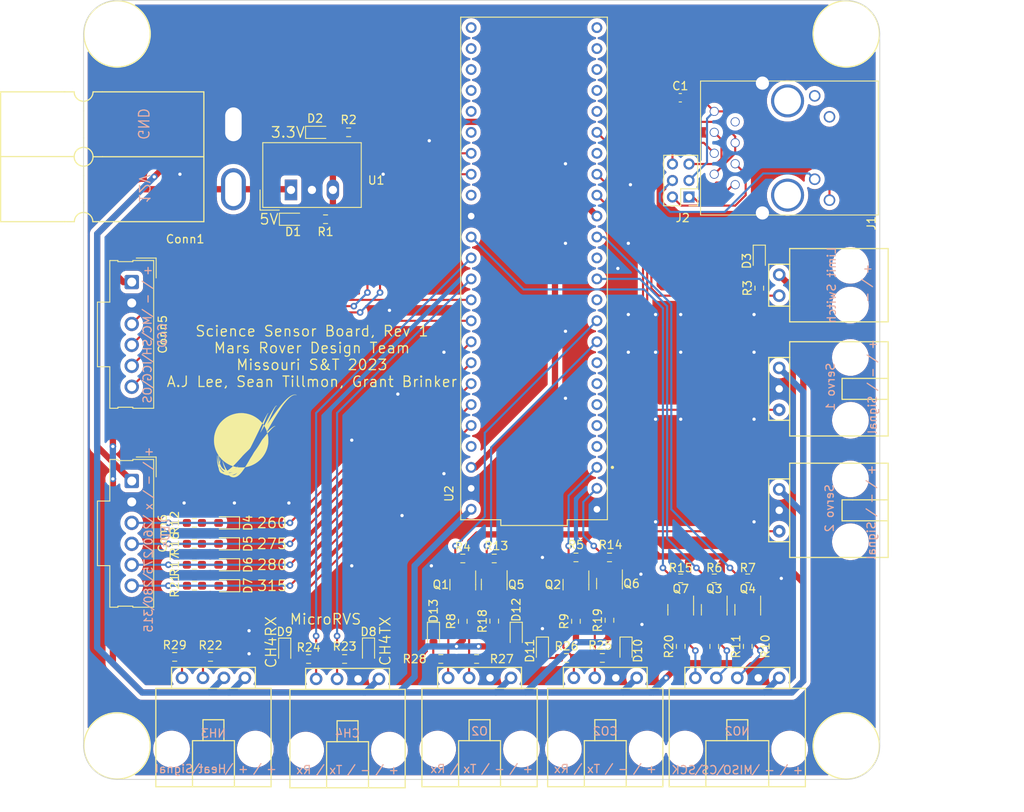
<source format=kicad_pcb>
(kicad_pcb (version 20211014) (generator pcbnew)
  (layers (0 "F.Cu" signal) (31 "B.Cu" signal) (34 "B.Paste" user) (35 "F.Paste" user) (36 "B.SilkS" user "B.Silkscreen") (37 "F.SilkS" user "F.Silkscreen") (38 "B.Mask" user) (39 "F.Mask" user) (44 "Edge.Cuts" user))
  (net 0 "")
  (net 1 "Net-(C1-Pad1)")
  (net 2 "Net-(C1-Pad2)")
  (net 3 "+12V")
  (net 4 "GND")
  (net 5 "+3V3")
  (net 6 "Micro_Servo2")
  (net 7 "CCD_MC")
  (net 8 "CCD_SH")
  (net 9 "CCD_ICG")
  (net 10 "Micro_LIM")
  (net 11 "LED_260")
  (net 12 "LED_275")
  (net 13 "LED_280")
  (net 14 "LED_315")
  (net 15 "CCD_OS")
  (net 16 "+5V")
  (net 17 "Micro_Servo1")
  (net 18 "Net-(Conn8-Pad3)")
  (net 19 "CO2_TX")
  (net 20 "CO2_RX")
  (net 21 "O2_TX")
  (net 22 "O2_RX")
  (net 23 "NO2_MISO")
  (net 24 "NO2_CS")
  (net 25 "NO2_SCK")
  (net 26 "CH4_TX")
  (net 27 "CH4_RX")
  (net 28 "Net-(D11-Pad2)")
  (net 29 "Net-(D12-Pad2)")
  (net 30 "NH3")
  (net 31 "Net-(D1-Pad2)")
  (net 32 "Net-(D2-Pad2)")
  (net 33 "Net-(D3-Pad2)")
  (net 34 "Net-(D4-Pad2)")
  (net 35 "Net-(D5-Pad2)")
  (net 36 "Net-(D6-Pad2)")
  (net 37 "Net-(D7-Pad2)")
  (net 38 "Net-(D8-Pad2)")
  (net 39 "Net-(D9-Pad2)")
  (net 40 "Net-(D10-Pad2)")
  (net 41 "Net-(D13-Pad2)")
  (net 43 "Net-(J1-Pad10)")
  (net 46 "/Tx+")
  (net 47 "/Tx-")
  (net 49 "/Rx-")
  (net 50 "/Rx+")
  (net 54 "Teensy_O2_TX")
  (net 55 "Teensy_CO2_TX")
  (net 56 "Teensy_NO2_CS")
  (net 57 "Teensy_NO2_MISO")
  (net 58 "Teensy_O2_RX")
  (net 59 "Teensy_CO2_RX")
  (net 60 "Teensy_NO2_SCK")
  (footprint "MRDT_Silkscreens:0_MRDT_Logo_10mm" (layer "F.Cu") (at 117.348 99.568)
    (fp_text reference "G***" hide)
    (fp_text value "LOGO" hide)
  )
  (footprint "MRDT_Shields:Teensy_4_1_Bare" (layer "F.Cu") (at 151.13 79.248 90)
    (fp_text reference "U2")
    (fp_text value "Teensy4.1_DEV-16771")
  )
  (footprint "LED_SMD:LED_0603_1608Metric_Pad1.05x0.95mm_HandSolder" (layer "F.Cu") (at 138.938 123.825 -90)
    (fp_text reference "D13")
    (fp_text value "Blue")
  )
  (footprint "Resistor_SMD:R_0603_1608Metric_Pad0.98x0.95mm_HandSolder" (layer "F.Cu") (at 111.9105 126.365 180)
    (fp_text reference "R22")
    (fp_text value "93.1")
  )
  (footprint "MRDT_Connectors:MOLEX_SL_05_Horizontal" (layer "F.Cu") (at 180.848 128.905 180)
    (fp_text reference "Conn11" hide)
    (fp_text value "Molex_SL_05")
  )
  (footprint "MRDT_Connectors:MOLEX_SL_03_Horizontal" (layer "F.Cu") (at 180.848 91.313 -90)
    (fp_text reference "Conn4" hide)
    (fp_text value "Molex_SL_03")
  )
  (footprint "Resistor_SMD:R_0603_1608Metric_Pad0.98x0.95mm_HandSolder" (layer "F.Cu") (at 168.91 125.095 90)
    (fp_text reference "R20")
    (fp_text value "10K")
  )
  (footprint "Resistor_SMD:R_0603_1608Metric_Pad0.98x0.95mm_HandSolder" (layer "F.Cu") (at 172.974 116.84 180)
    (fp_text reference "R6")
    (fp_text value "10K")
  )
  (footprint "Package_TO_SOT_SMD:SOT-23" (layer "F.Cu") (at 146.304 117.5785 -90)
    (fp_text reference "Q5")
    (fp_text value "BSS138")
  )
  (footprint "Resistor_SMD:R_0603_1608Metric_Pad0.98x0.95mm_HandSolder" (layer "F.Cu") (at 146.304 122.0235 90)
    (fp_text reference "R18")
    (fp_text value "10K")
  )
  (footprint "Resistor_SMD:R_0603_1608Metric_Pad0.98x0.95mm_HandSolder" (layer "F.Cu") (at 155.067 126.492)
    (fp_text reference "R26")
    (fp_text value "330")
  )
  (footprint "Resistor_SMD:R_0603_1608Metric_Pad0.98x0.95mm_HandSolder" (layer "F.Cu") (at 142.494 122.047 90)
    (fp_text reference "R8")
    (fp_text value "10K")
  )
  (footprint "Package_TO_SOT_SMD:SOT-23" (layer "F.Cu") (at 172.974 120.65 -90)
    (fp_text reference "Q3")
    (fp_text value "BSS138")
  )
  (footprint "Resistor_SMD:R_0603_1608Metric_Pad0.98x0.95mm_HandSolder" (layer "F.Cu") (at 123.8015 126.619)
    (fp_text reference "R24")
    (fp_text value "330")
  )
  (footprint "Resistor_SMD:R_0603_1608Metric_Pad0.98x0.95mm_HandSolder" (layer "F.Cu") (at 109.9585 112.649 180)
    (fp_text reference "R16")
    (fp_text value "120")
  )
  (footprint "MRDT_Connectors:MOLEX_SL_04_Horizontal" (layer "F.Cu") (at 116.078 128.905 180)
    (fp_text reference "Conn8" hide)
    (fp_text value "Molex_SL_04")
  )
  (footprint "LED_SMD:LED_0603_1608Metric_Pad1.05x0.95mm_HandSolder" (layer "F.Cu") (at 178.435 78.0815 -90)
    (fp_text reference "D3")
    (fp_text value "Yellow")
  )
  (footprint "LED_SMD:LED_0603_1608Metric_Pad1.05x0.95mm_HandSolder" (layer "F.Cu") (at 113.7685 110.109 180)
    (fp_text reference "D4")
    (fp_text value "Blue")
  )
  (footprint "Resistor_SMD:R_0603_1608Metric_Pad0.98x0.95mm_HandSolder" (layer "F.Cu") (at 139.827 126.619)
    (fp_text reference "R28")
    (fp_text value "330")
  )
  (footprint "Resistor_SMD:R_0603_1608Metric_Pad0.98x0.95mm_HandSolder" (layer "F.Cu") (at 144.1685 126.619 180)
    (fp_text reference "R27")
    (fp_text value "330")
  )
  (footprint "Resistor_SMD:R_0603_1608Metric_Pad0.98x0.95mm_HandSolder" (layer "F.Cu") (at 128.651 62.738)
    (fp_text reference "R2")
    (fp_text value "120")
  )
  (footprint "Resistor_SMD:R_0603_1608Metric_Pad0.98x0.95mm_HandSolder" (layer "F.Cu") (at 160.274 121.92 90)
    (fp_text reference "R19")
    (fp_text value "10K")
  )
  (footprint "Resistor_SMD:R_0603_1608Metric_Pad0.98x0.95mm_HandSolder" (layer "F.Cu") (at 146.304 114.427 180)
    (fp_text reference "R13")
    (fp_text value "10K")
  )
  (footprint "Resistor_SMD:R_0603_1608Metric_Pad0.98x0.95mm_HandSolder" (layer "F.Cu") (at 107.569 126.365)
    (fp_text reference "R29")
    (fp_text value "10K")
  )
  (footprint "LED_SMD:LED_0603_1608Metric_Pad1.05x0.95mm_HandSolder" (layer "F.Cu") (at 152.146 125.617 -90)
    (fp_text reference "D11")
    (fp_text value "Blue")
  )
  (footprint "LED_SMD:LED_0603_1608Metric_Pad1.05x0.95mm_HandSolder" (layer "F.Cu") (at 162.2825 125.617 -90)
    (fp_text reference "D10")
    (fp_text value "Blue")
  )
  (footprint "Resistor_SMD:R_0603_1608Metric_Pad0.98x0.95mm_HandSolder" (layer "F.Cu") (at 177.038 125.095 90)
    (fp_text reference "R11")
    (fp_text value "10K")
  )
  (footprint "Resistor_SMD:R_0603_1608Metric_Pad0.98x0.95mm_HandSolder" (layer "F.Cu") (at 159.4085 126.492 180)
    (fp_text reference "R25")
    (fp_text value "330")
  )
  (footprint "Resistor_SMD:R_0603_1608Metric_Pad0.98x0.95mm_HandSolder" (layer "F.Cu") (at 109.9585 110.109 180)
    (fp_text reference "R12")
    (fp_text value "120")
  )
  (footprint "MRDT_Drill_Holes:4_40_Hole" (layer "F.Cu") (at 188.976 137.16)
    (fp_text reference "V3" hide)
    (fp_text value "Via" hide)
  )
  (footprint "Resistor_SMD:R_0603_1608Metric_Pad0.98x0.95mm_HandSolder" (layer "F.Cu") (at 109.9725 117.729 180)
    (fp_text reference "R21")
    (fp_text value "120")
  )
  (footprint "Connector_Molex:Molex_SL_171971-0006_1x06_P2.54mm_Vertical" (layer "F.Cu") (at 102.362 80.899 -90)
    (fp_text reference "Conn5")
    (fp_text value "Molex_SL_06")
  )
  (footprint "LED_SMD:LED_0603_1608Metric_Pad1.05x0.95mm_HandSolder" (layer "F.Cu") (at 148.971 123.825 -90)
    (fp_text reference "D12")
    (fp_text value "Blue")
  )
  (footprint "MRDT_Drill_Holes:4_40_Hole" (layer "F.Cu") (at 188.976 50.8)
    (fp_text reference "V2" hide)
    (fp_text value "Via" hide)
  )
  (footprint "LED_SMD:LED_0603_1608Metric_Pad1.05x0.95mm_HandSolder" (layer "F.Cu") (at 113.778 115.189 180)
    (fp_text reference "D6")
    (fp_text value "Blue")
  )
  (footprint "Resistor_SMD:R_0603_1608Metric_Pad0.98x0.95mm_HandSolder" (layer "F.Cu") (at 168.91 116.84 180)
    (fp_text reference "R15")
    (fp_text value "10K")
  )
  (footprint "Resistor_SMD:R_0603_1608Metric_Pad0.98x0.95mm_HandSolder" (layer "F.Cu") (at 177.038 116.84 180)
    (fp_text reference "R7")
    (fp_text value "10K")
  )
  (footprint "Package_TO_SOT_SMD:SOT-23" (layer "F.Cu") (at 142.494 117.602 -90)
    (fp_text reference "Q1")
    (fp_text value "BSS138")
  )
  (footprint "LED_SMD:LED_0603_1608Metric_Pad1.05x0.95mm_HandSolder" (layer "F.Cu") (at 113.792 117.729 180)
    (fp_text reference "D7")
    (fp_text value "Blue")
  )
  (footprint "Resistor_SMD:R_0603_1608Metric_Pad0.98x0.95mm_HandSolder" (layer "F.Cu") (at 125.857 73.279)
    (fp_text reference "R1")
    (fp_text value "330")
  )
  (footprint "MRDT_Drill_Holes:4_40_Hole" (layer "F.Cu") (at 100.584 50.8)
    (fp_text reference "V1" hide)
    (fp_text value "Via" hide)
  )
  (footprint "MRDT_Connectors:Square_Anderson_2_H_Side_By_Side" (layer "F.Cu") (at 115.062 61.214)
    (fp_text reference "Conn1")
    (fp_text value "AndersonPP")
  )
  (footprint "MRDT_Drill_Holes:4_40_Hole" (layer "F.Cu") (at 100.584 137.16)
    (fp_text reference "V4" hide)
    (fp_text value "Via" hide)
  )
  (footprint "Package_TO_SOT_SMD:SOT-23" (layer "F.Cu") (at 168.91 120.65 -90)
    (fp_text reference "Q7")
    (fp_text value "BSS138")
  )
  (footprint "LED_SMD:LED_0603_1608Metric_Pad1.05x0.95mm_HandSolder" (layer "F.Cu") (at 131.064 125.73 -90)
    (fp_text reference "D8")
    (fp_text value "Blue")
  )
  (footprint "Resistor_SMD:R_0603_1608Metric_Pad0.98x0.95mm_HandSolder" (layer "F.Cu") (at 160.274 114.3 180)
    (fp_text reference "R14")
    (fp_text value "10K")
  )
  (footprint "LED_SMD:LED_0603_1608Metric_Pad1.05x0.95mm_HandSolder" (layer "F.Cu") (at 125.095 62.738)
    (fp_text reference "D2")
    (fp_text value "Green")
  )
  (footprint "LED_SMD:LED_0603_1608Metric_Pad1.05x0.95mm_HandSolder" (layer "F.Cu") (at 113.7685 112.649 180)
    (fp_text reference "D5")
    (fp_text value "Blue")
  )
  (footprint "MRDT_Connectors:MOLEX_SL_04_Horizontal" (layer "F.Cu") (at 148.336 128.905 180)
    (fp_text reference "Conn10" hide)
    (fp_text value "Molex_SL_04")
  )
  (footprint "Package_TO_SOT_SMD:SOT-23" (layer "F.Cu") (at 177.038 120.65 -90)
    (fp_text reference "Q4")
    (fp_text value "BSS138")
  )
  (footprint "MRDT_Connectors:MOLEX_SL_03_Horizontal" (layer "F.Cu") (at 180.848 106.045 -90)
    (fp_text reference "Conn3" hide)
    (fp_text value "Molex_SL_03")
  )
  (footprint "Converter_DCDC:Converter_DCDC_TRACO_TSR-1_THT" (layer "F.Cu") (at 121.666 69.723)
    (fp_text reference "U1")
    (fp_text value "TSR_1-2450")
  )
  (footprint "Resistor_SMD:R_0603_1608Metric_Pad0.98x0.95mm_HandSolder" (layer "F.Cu") (at 156.21 122.047 90)
    (fp_text reference "R9")
    (fp_text value "10K")
  )
  (footprint "Resistor_SMD:R_0603_1608Metric_Pad0.98x0.95mm_HandSolder" (layer "F.Cu") (at 109.9585 115.189 180)
    (fp_text reference "R17")
    (fp_text value "120")
  )
  (footprint "Package_TO_SOT_SMD:SOT-23" (layer "F.Cu") (at 160.274 117.475 -90)
    (fp_text reference "Q6")
    (fp_text value "BSS138")
  )
  (footprint "Resistor_SMD:R_0603_1608Metric_Pad0.98x0.95mm_HandSolder" (layer "F.Cu") (at 128.1665 126.619 180)
    (fp_text reference "R23")
    (fp_text value "330")
  )
  (footprint "LED_SMD:LED_0603_1608Metric_Pad1.05x0.95mm_HandSolder" (layer "F.Cu") (at 121.92 73.279)
    (fp_text reference "D1")
    (fp_text value "Green")
  )
  (footprint "Resistor_SMD:R_0603_1608Metric_Pad0.98x0.95mm_HandSolder" (layer "F.Cu") (at 172.974 125.095 90)
    (fp_text reference "R10")
    (fp_text value "10K")
  )
  (footprint "Resistor_SMD:R_0603_1608Metric_Pad0.98x0.95mm_HandSolder" (layer "F.Cu") (at 156.21 114.3 180)
    (fp_text reference "R5")
    (fp_text value "10K")
  )
  (footprint "MRDT_Connectors:MOLEX_SL_04_Horizontal" (layer "F.Cu") (at 163.576 128.905 180)
    (fp_text reference "Conn9" hide)
    (fp_text value "Molex_SL_04")
  )
  (footprint "MRDT_Connectors:MOLEX_SL_04_Horizontal" (layer "F.Cu") (at 132.334 129.032 180)
    (fp_text reference "Conn7" hide)
    (fp_text value "Molex_SL_04")
  )
  (footprint "MRDT_Connectors:RJ45_Teensy" (layer "F.Cu") (at 194.864 64.516 90)
    (fp_text reference "J1")
    (fp_text value "RJ45_LED_Shielded")
  )
  (footprint "Capacitor_SMD:C_0603_1608Metric_Pad1.08x0.95mm_HandSolder" (layer "F.Cu") (at 168.8585 58.545)
    (fp_text reference "C1")
    (fp_text value "0.1uF")
  )
  (footprint "Resistor_SMD:R_0603_1608Metric_Pad0.98x0.95mm_HandSolder" (layer "F.Cu") (at 178.435 81.6375 90)
    (fp_text reference "R3")
    (fp_text value "120")
  )
  (footprint "Connector_Molex:Molex_SL_171971-0006_1x06_P2.54mm_Vertical" (layer "F.Cu") (at 102.362 105.029 -90)
    (fp_text reference "Conn6")
    (fp_text value "Molex_SL_06")
  )
  (footprint "MRDT_Connectors:MOLEX_SL_02_Horizontal" (layer "F.Cu") (at 180.848 80.01 -90)
    (fp_text reference "Conn2" hide)
    (fp_text value "Molex_SL_02")
  )
  (footprint "LED_SMD:LED_0603_1608Metric_Pad1.05x0.95mm_HandSolder" (layer "F.Cu") (at 120.904 125.744 -90)
    (fp_text reference "D9")
    (fp_text value "Blue")
  )
  (footprint "Connector_PinHeader_2.00mm:PinHeader_2x03_P2.00mm_Vertical" (layer "F.Cu") (at 169.91 70.58 180)
    (fp_text reference "J2")
    (fp_text value "Conn_02x03_Counter_Clockwise")
  )
  (footprint "Resistor_SMD:R_0603_1608Metric_Pad0.98x0.95mm_HandSolder" (layer "F.Cu") (at 142.494 114.427 180)
    (fp_text reference "R4")
    (fp_text value "10K")
  )
  (footprint "Package_TO_SOT_SMD:SOT-23" (layer "F.Cu") (at 156.21 117.602 -90)
    (fp_text reference "Q2")
    (fp_text value "BSS138")
  )
  (gr_arc (start 188.976 46.736) (mid 191.849682 47.926318) (end 193.04 50.8) (layer "Edge.Cuts") (width 0.1))
  (gr_arc (start 100.584 141.224) (mid 97.710318 140.033682) (end 96.52 137.16) (layer "Edge.Cuts") (width 0.1))
  (gr_line (start 96.52 137.16) (end 96.52 50.8) (layer "Edge.Cuts") (width 0.1))
  (gr_line (start 193.04 137.16) (end 193.04 50.8) (layer "Edge.Cuts") (width 0.1))
  (gr_arc (start 96.52 50.8) (mid 97.710318 47.926318) (end 100.584 46.736) (layer "Edge.Cuts") (width 0.1))
  (gr_line (start 188.976 46.736) (end 100.584 46.736) (layer "Edge.Cuts") (width 0.1))
  (gr_arc (start 193.04 137.16) (mid 191.849682 140.033682) (end 188.976 141.224) (layer "Edge.Cuts") (width 0.1))
  (gr_line (start 188.976 141.224) (end 100.584 141.224) (layer "Edge.Cuts") (width 0.1))
  (gr_text "LEDs" (at 106.426 111.379 90) (layer "B.SilkS") (effects (font (size 1 1)) (justify mirror)))
  (gr_text "NO2" (at 175.768 135.382) (layer "B.SilkS") (effects (font (size 1 1)) (justify mirror)))
  (gr_text "+ \\ - \\ Tx \\ Rx" (at 144.78 139.954) (layer "B.SilkS") (effects (font (size 1 1)) (justify mirror)))
  (gr_text "+ \\ - \\ Tx \\ Rx" (at 159.766 139.954) (layer "B.SilkS") (effects (font (size 1 1)) (justify mirror)))
  (gr_text "Limit Switch" (at 187.198 81.28 90) (layer "B.SilkS") (effects (font (size 1 1)) (justify mirror)))
  (gr_text "+ \\ - \\ Signal" (at 192.151 93.599 90) (layer "B.SilkS") (effects (font (size 1 1)) (justify mirror)))
  (gr_text "+ \\ -" (at 191.516 81.026 90) (layer "B.SilkS") (effects (font (size 1 1)) (justify mirror)))
  (gr_text "CO2" (at 159.766 135.382) (layer "B.SilkS") (effects (font (size 1 1)) (justify mirror)))
  (gr_text "CH4" (at 128.524 135.636) (layer "B.SilkS") (effects (font (size 1 1)) (justify mirror)))
  (gr_text "+ \\ - \\ Signal" (at 192.024 108.839 90) (layer "B.SilkS") (effects (font (size 1 1)) (justify mirror)))
  (gr_text "NH3" (at 112.268 135.636) (layer "B.SilkS") (effects (font (size 1 1)) (justify mirror)))
  (gr_text "Servo 1" (at 187.071 93.599 90) (layer "B.SilkS") (effects (font (size 1 1)) (justify mirror)))
  (gr_text "GND" (at 103.759 61.722 270) (layer "B.SilkS") (effects (font (size 1.27 1.27)) (justify mirror)))
  (gr_text "CCD" (at 106.045 87.376 90) (layer "B.SilkS") (effects (font (size 1 1)) (justify mirror)))
  (gr_text "+ \\ - \\ Tx \\ Rx" (at 128.524 140.081) (layer "B.SilkS") (effects (font (size 1 1)) (justify mirror)))
  (gr_text "+ \\ - \\MISO\\CS\\SCK" (at 175.768 140.081) (layer "B.SilkS") (effects (font (size 1 1)) (justify mirror)))
  (gr_text "O2" (at 144.526 135.382) (layer "B.SilkS") (effects (font (size 1 1)) (justify mirror)))
  (gr_text "+ \\ + \\Heat\\Signal" (at 112.522 139.954) (layer "B.SilkS") (effects (font (size 1 1)) (justify mirror)))
  (gr_text "Servo 2" (at 186.944 108.331 90) (layer "B.SilkS") (effects (font (size 1 1)) (justify mirror)))
  (gr_text "+ \\ - \\MC\\SH\\ICG\\OS" (at 104.267 87.249 90) (layer "B.SilkS") (effects (font (size 1 1)) (justify mirror)))
  (gr_text "12V" (at 103.886 69.596 270) (layer "B.SilkS") (effects (font (size 1.27 1.27)) (justify mirror)))
  (gr_text "+ \\ - \\ x \\260\\275\\280\\315" (at 104.394 112.141 90) (layer "B.SilkS") (effects (font (size 1 1)) (justify mirror)))
  (gr_text "MicroRVS" (at 125.857 121.793) (layer "F.SilkS") (effects (font (size 1.27 1.27))))
  (gr_text "280" (at 119.366 115.189) (layer "F.SilkS") (effects (font (size 1.27 1.27))))
  (gr_text "Science Sensor Board, Rev 1\nMars Rover Design Team\nMissouri S&T 2023\nA.J Lee, Sean Tillmon, Grant Brinker" (at 124.206 89.916) (layer "F.SilkS") (effects (font (size 1.27 1.27))))
  (gr_text "CH4TX" (at 133.096 124.46 90) (layer "F.SilkS") (effects (font (size 1.27 1.27))))
  (gr_text "CH4RX" (at 119.253 124.587 90) (layer "F.SilkS") (effects (font (size 1.27 1.27))))
  (gr_text "275" (at 119.3565 112.649) (layer "F.SilkS") (effects (font (size 1.27 1.27))))
  (gr_text "5V" (at 118.999 73.279) (layer "F.SilkS") (effects (font (size 1.27 1.27))))
  (gr_text "260" (at 119.366 110.109) (layer "F.SilkS") (effects (font (size 1.27 1.27))))
  (gr_text "3.3V" (at 121.285 62.738) (layer "F.SilkS") (effects (font (size 1.27 1.27))))
  (gr_text "315" (at 119.38 117.729) (layer "F.SilkS") (effects (font (size 1.27 1.27))))
  (segment (start 175.514 64.006) (end 175.514 65.276) (width 0.254) (layer "F.Cu") (net 1))
  (segment (start 170.942 61.468) (end 170.9305 61.4795) (width 0.254) (layer "F.Cu") (net 1))
  (segment (start 175.514 64.006) (end 175.514 63.246) (width 0.254) (layer "F.Cu") (net 1))
  (segment (start 170.9305 61.4795) (end 167.996 58.545) (width 0.254) (layer "F.Cu") (net 1))
  (segment (start 173.736 61.468) (end 170.942 61.468) (width 0.254) (layer "F.Cu") (net 1))
  (segment (start 175.514 65.276) (end 172.974 67.816) (width 0.254) (layer "F.Cu") (net 1))
  (segment (start 175.514 63.246) (end 173.736 61.468) (width 0.254) (layer "F.Cu") (net 1))
  (segment (start 171.323 58.545) (end 172.974 60.196) (width 0.254) (layer "F.Cu") (net 2))
  (segment (start 169.721 58.545) (end 171.323 58.545) (width 0.254) (layer "F.Cu") (net 2))
  (segment (start 172.974 60.196) (end 178.814 60.196) (width 0.254) (layer "F.Cu") (net 2))
  (segment (start 186.944 68.326) (end 186.944 70.966) (width 0.254) (layer "F.Cu") (net 2))
  (segment (start 178.814 60.196) (end 186.944 68.326) (width 0.254) (layer "F.Cu") (net 2))
  (segment (start 172.974 60.196) (end 172.097 61.073) (width 0.254) (layer "B.Cu") (net 2))
  (segment (start 172.097 61.073) (end 172.097 66.393) (width 0.254) (layer "B.Cu") (net 2))
  (segment (start 172.097 66.393) (end 169.91 68.58) (width 0.254) (layer "B.Cu") (net 2))
  (segment (start 98.171 75.057) (end 98.171 100.838) (width 0.762) (layer "F.Cu") (net 3))
  (segment (start 103.59 69.638) (end 98.171 75.057) (width 0.762) (layer "F.Cu") (net 3))
  (segment (start 121.581 69.638) (end 121.666 69.723) (width 0.762) (layer "F.Cu") (net 3))
  (segment (start 114.6874 69.638) (end 121.581 69.638) (width 0.762) (layer "F.Cu") (net 3))
  (segment (start 98.171 100.838) (end 102.362 105.029) (width 0.762) (layer "F.Cu") (net 3))
  (segment (start 112.31 69.638) (end 114.6874 69.638) (width 0.762) (layer "F.Cu") (net 3))
  (segment (start 112.31 69.638) (end 103.59 69.638) (width 0.762) (layer "F.Cu") (net 3))
  (via (at 168.91 89.408) (size 0.8) (drill 0.4) (layers "F.Cu" "B.Cu") (net 4))
  (via (at 129.032 100.076) (size 0.8) (drill 0.4) (layers "F.Cu" "B.Cu") (net 4))
  (via (at 140.208 89.408) (size 0.8) (drill 0.4) (layers "F.Cu" "B.Cu") (net 4))
  (via (at 164.084 116.332) (size 0.8) (drill 0.4) (layers "F.Cu" "B.Cu") (net 4))
  (via (at 114.808 107.696) (size 0.8) (drill 0.4) (layers "F.Cu" "B.Cu") (net 4))
  (via (at 116.586 123.19) (size 0.8) (drill 0.4) (layers "F.Cu" "B.Cu") (net 4))
  (via (at 165.862 109.982) (size 0.8) (drill 0.4) (layers "F.Cu" "B.Cu") (net 4))
  (via (at 133.604 84.328) (size 0.8) (drill 0.4) (layers "F.Cu" "B.Cu") (net 4))
  (via (at 165.862 97.536) (size 0.8) (drill 0.4) (layers "F.Cu" "B.Cu") (net 4))
  (via (at 152.146 114.3) (size 0.8) (drill 0.4) (layers "F.Cu" "B.Cu") (net 4))
  (via (at 181.102 116.84) (size 0.8) (drill 0.4) (layers "F.Cu" "B.Cu") (net 4))
  (via (at 177.8 109.982) (size 0.8) (drill 0.4) (layers "F.Cu" "B.Cu") (net 4))
  (via (at 154.94 94.996) (size 0.8) (drill 0.4) (layers "F.Cu" "B.Cu") (net 4))
  (via (at 162.814 69.088) (size 0.8) (drill 0.4) (layers "F.Cu" "B.Cu") (net 4))
  (via (at 135.128 109.22) (size 0.8) (drill 0.4) (layers "F.Cu" "B.Cu") (net 4))
  (via (at 121.412 107.696) (size 0.8) (drill 0.4) (layers "F.Cu" "B.Cu") (net 4))
  (via (at 165.862 84.836) (size 0.8) (drill 0.4) (layers "F.Cu" "B.Cu") (net 4))
  (via (at 152.146 122.936) (size 0.8) (drill 0.4) (layers "F.Cu" "B.Cu") (net 4))
  (via (at 164.211 122.428) (size 0.8) (drill 0.4) (layers "F.Cu" "B.Cu") (net 4))
  (via (at 161.29 79.248) (size 0.8) (drill 0.4) (layers "F.Cu" "B.Cu") (net 4))
  (via (at 177.8 97.536) (size 0.8) (drill 0.4) (layers "F.Cu" "B.Cu") (net 4))
  (via (at 140.208 104.14) (size 0.8) (drill 0.4) (layers "F.Cu" "B.Cu") (net 4))
  (via (at 162.56 89.408) (size 0.8) (drill 0.4) (layers "F.Cu" "B.Cu") (net 4))
  (via (at 154.94 66.548) (size 0.8) (drill 0.4) (layers "F.Cu" "B.Cu") (net 4))
  (via (at 132.842 67.818) (size 0.8) (drill 0.4) (layers "F.Cu" "B.Cu") (net 4))
  (via (at 108.712 107.696) (size 0.8) (drill 0.4) (layers "F.Cu" "B.Cu") (net 4))
  (via (at 116.586 125.984) (size 0.8) (drill 0.4) (layers "F.Cu" "B.Cu") (net 4))
  (via (at 162.56 76.2) (size 0.8) (drill 0.4) (layers "F.Cu" "B.Cu") (net 4))
  (via (at 177.8 84.836) (size 0.8) (drill 0.4) (layers "F.Cu" "B.Cu") (net 4))
  (via (at 154.94 76.2) (size 0.8) (drill 0.4) (layers "F.Cu" "B.Cu") (net 4))
  (via (at 177.8 89.408) (size 0.8) (drill 0.4) (layers "F.Cu" "B.Cu") (net 4))
  (via (at 154.94 86.868) (size 0.8) (drill 0.4) (layers "F.Cu" "B.Cu") (net 4))
  (via (at 168.91 97.536) (size 0.8) (drill 0.4) (layers "F.Cu" "B.Cu") (net 4))
  (via (at 168.91 84.836) (size 0.8) (drill 0.4) (layers "F.Cu" "B.Cu") (net 4))
  (via (at 129.032 115.316) (size 0.8) (drill 0.4) (layers "F.Cu" "B.Cu") (net 4))
  (via (at 108.204 67.818) (size 0.8) (drill 0.4) (layers "F.Cu" "B.Cu") (net 4))
  (via (at 165.862 89.408) (size 0.8) (drill 0.4) (layers "F.Cu" "B.Cu") (net 4))
  (via (at 138.43 63.754) (size 0.8) (drill 0.4) (layers "F.Cu" "B.Cu") (net 4))
  (via (at 134.62 94.488) (size 0.8) (drill 0.4) (layers "F.Cu" "B.Cu") (net 4))
  (via (at 162.56 84.836) (size 0.8) (drill 0.4) (layers "F.Cu" "B.Cu") (net 4))
  (via (at 138.684 115.316) (size 0.8) (drill 0.4) (layers "F.Cu" "B.Cu") (net 4))
  (segment (start 147.254 114.4645) (end 147.2165 114.427) (width 0.254) (layer "F.Cu") (net 5))
  (segment (start 157.988 111.506) (end 148.336 111.506) (width 0.762) (layer "F.Cu") (net 5))
  (segment (start 170.434 114.173) (end 169.799 114.808) (width 0.762) (layer "F.Cu") (net 5))
  (segment (start 103.632 130.683) (end 182.372 130.683) (width 0.762) (layer "F.Cu") (net 5))
  (segment (start 163.576 111.506) (end 157.988 111.506) (width 0.762) (layer "F.Cu") (net 5))
  (segment (start 180.594 114.173) (end 178.816 114.173) (width 0.762) (layer "F.Cu") (net 5))
  (segment (start 143.444 114.4645) (end 143.4065 114.427) (width 0.254) (layer "F.Cu") (net 5))
  (segment (start 129.5635 62.738) (end 133.604 62.738) (width 0.762) (layer "F.Cu") (net 5))
  (segment (start 157.16 114.3375) (end 157.1225 114.3) (width 0.254) (layer "F.Cu") (net 5))
  (segment (start 101.346 80.899) (end 100.076 79.629) (width 0.762) (layer "F.Cu") (net 5))
  (segment (start 161.224 116.5375) (end 161.224 114.3375) (width 0.254) (layer "F.Cu") (net 5))
  (segment (start 147.254 116.641) (end 147.254 114.4645) (width 0.254) (layer "F.Cu") (net 5))
  (segment (start 100.076 100.076) (end 100.076 100.838) (width 0.762) (layer "F.Cu") (net 5))
  (segment (start 153.67 67.818) (end 147.32 61.468) (width 0.762) (layer "F.Cu") (net 5))
  (segment (start 102.362 75.946) (end 100.076 78.232) (width 0.762) (layer "F.Cu") (net 5))
  (segment (start 161.224 114.3375) (end 161.1865 114.3) (width 0.254) (layer "F.Cu") (net 5))
  (segment (start 169.86 119.7125) (end 169.86 116.8775) (width 0.254) (layer "F.Cu") (net 5))
  (segment (start 183.769 82.931) (end 180.848 80.01) (width 0.762) (layer "F.Cu") (net 5))
  (segment (start 178.816 114.173) (end 174.625 114.173) (width 0.762) (layer "F.Cu") (net 5))
  (segment (start 169.799 116.8165) (end 169.8225 116.84) (width 0.762) (layer "F.Cu") (net 5))
  (segment (start 183.769 129.286) (end 183.769 117.348) (width 0.762) (layer "F.Cu") (net 5))
  (segment (start 157.16 116.6645) (end 157.16 114.3375) (width 0.254) (layer "F.Cu") (net 5))
  (segment (start 153.67 67.818) (end 158.75 72.898) (width 0.762) (layer "F.Cu") (net 5))
  (segment (start 173.8865 116.84) (end 173.8865 114.9115) (width 0.762) (layer "F.Cu") (net 5))
  (segment (start 147.2165 114.427) (end 147.2165 112.6255) (width 0.762) (layer "F.Cu") (net 5))
  (segment (start 147.32 61.468) (end 134.874 61.468) (width 0.762) (layer "F.Cu") (net 5))
  (segment (start 177.988 116.8775) (end 177.9505 116.84) (width 0.254) (layer "F.Cu") (net 5))
  (segment (start 169.799 114.808) (end 169.799 116.8165) (width 0.762) (layer "F.Cu") (net 5))
  (segment (start 183.769 117.348) (end 183.769 82.931) (width 0.762) (layer "F.Cu") (net 5))
  (segment (start 166.243 114.173) (end 161.3135 114.173) (width 0.762) (layer "F.Cu") (net 5))
  (segment (start 177.9505 115.0385) (end 178.816 114.173) (width 0.762) (layer "F.Cu") (net 5))
  (segment (start 153.67 67.818) (end 153.67 93.726) (width 0.762) (layer "F.Cu") (net 5))
  (segment (start 174.625 114.173) (end 170.434 114.173) (width 0.762) (layer "F.Cu") (net 5))
  (segment (start 100.076 78.232) (end 100.076 79.629) (width 0.762) (layer "F.Cu") (net 5))
  (segment (start 129.667 74.168) (end 127.889 75.946) (width 0.762) (layer "F.Cu") (net 5))
  (segment (start 129.667 66.675) (end 129.667 74.168) (width 0.762) (layer "F.Cu") (net 5))
  (segment (start 182.372 130.683) (end 183.769 129.286) (width 0.762) (layer "F.Cu") (net 5))
  (segment (start 102.362 80.899) (end 101.346 80.899) (width 0.762) (layer "F.Cu") (net 5))
  (segment (start 157.988 111.506) (end 157.099 112.395) (width 0.762) (layer "F.Cu") (net 5))
  (segment (start 170.434 114.173) (end 166.243 114.173) (width 0.762) (layer "F.Cu") (net 5))
  (segment (start 157.099 112.395) (end 157.099 114.2765) (width 0.762) (layer "F.Cu") (net 5))
  (segment (start 143.4065 112.3715) (end 143.4065 114.427) (width 0.762) (layer "F.Cu") (net 5))
  (segment (start 134.874 61.468) (end 133.604 62.738) (width 0.762) (layer "F.Cu") (net 5))
  (segment (start 166.243 114.173) (end 163.576 111.506) (width 0.762) (layer "F.Cu") (net 5))
  (segment (start 173.924 116.8775) (end 173.8865 116.84) (width 0.254) (layer "F.Cu") (net 5))
  (segment (start 129.5135 62.788) (end 129.5635 62.738) (width 0.762) (layer "F.Cu") (net 5))
  (segment (start 153.67 93.726) (end 144.018 103.378) (width 0.762) (layer "F.Cu") (net 5))
  (segment (start 148.336 111.506) (end 144.272 111.506) (width 0.762) (layer "F.Cu") (net 5))
  (segment (start 100.076 104.775) (end 100.076 127.127) (width 0.762) (layer "F.Cu") (net 5))
  (segment (start 100.076 127.127) (end 103.632 130.683) (width 0.762) (layer "F.Cu") (net 5))
  (segment (start 177.988 119.7125) (end 177.988 116.8775) (width 0.254) (layer "F.Cu") (net 5))
  (segment (start 173.924 119.7125) (end 173.924 116.8775) (width 0.254) (layer "F.Cu") (net 5))
  (segment (start 173.8865 114.9115) (end 174.625 114.173) (width 0.762) (layer "F.Cu") (net 5))
  (segment (start 100.076 79.629) (end 100.076 100.076) (width 0.762) (layer "F.Cu") (net 5))
  (segment (start 144.018 103.378) (end 143.51 103.378) (width 0.762) (layer "F.Cu") (net 5))
  (segment (start 144.272 111.506) (end 143.4065 112.3715) (width 0.762) (layer "F.Cu") (net 5))
  (segment (start 169.86 116.8775) (end 169.8225 116.84) (width 0.254) (layer "F.Cu") (net 5))
  (segment (start 161.3135 114.173) (end 161.1865 114.3) (width 0.762) (layer "F.Cu") (net 5))
  (segment (start 133.604 62.738) (end 129.667 66.675) (width 0.762) (layer "F.Cu") (net 5))
  (segment (start 143.444 116.6645) (end 143.444 114.4645) (width 0.254) (layer "F.Cu") (net 5))
  (segment (start 127.889 75.946) (end 102.362 75.946) (width 0.762) (layer "F.Cu") (net 5))
  (segment (start 147.2165 112.6255) (end 148.336 111.506) (width 0.762) (layer "F.Cu") (net 5))
  (segment (start 177.9505 116.84) (end 177.9505 115.0385) (width 0.762) (layer "F.Cu") (net 5))
  (segment (start 157.099 114.2765) (end 157.1225 114.3) (width 0.762) (layer "F.Cu") (net 5))
  (segment (start 183.769 117.348) (end 180.594 114.173) (width 0.762) (layer "F.Cu") (net 5))
  (via (at 100.076 104.775) (size 0.8) (drill 0.4) (layers "F.Cu" "B.Cu") (net 5))
  (via (at 100.076 100.838) (size 0.8) (drill 0.4) (layers "F.Cu" "B.Cu") (net 5))
  (segment (start 100.076 100.838) (end 100.076 104.775) (width 0.762) (layer "B.Cu") (net 5))
  (segment (start 164.338 109.982) (end 165.481 111.125) (width 0.254) (layer "F.Cu") (net 6))
  (segment (start 164.338 75.946) (end 164.338 109.982) (width 0.254) (layer "F.Cu") (net 6))
  (segment (start 165.481 111.125) (end 180.848 111.125) (width 0.254) (layer "F.Cu") (net 6))
  (segment (start 158.75 70.358) (end 164.338 75.946) (width 0.254) (layer "F.Cu") (net 6))
  (segment (start 105.283 83.058) (end 102.362 85.979) (width 0.254) (layer "F.Cu") (net 7))
  (segment (start 143.51 83.058) (end 105.283 83.058) (width 0.254) (layer "F.Cu") (net 7))
  (segment (start 107.061 83.82) (end 107.95 83.82) (width 0.254) (layer "F.Cu") (net 8))
  (segment (start 132.969 65.278) (end 130.937 67.31) (width 0.254) (layer "F.Cu") (net 8))
  (segment (start 143.51 65.278) (end 132.969 65.278) (width 0.254) (layer "F.Cu") (net 8))
  (segment (start 130.937 77.47) (end 130.937 82.169) (width 0.254) (layer "F.Cu") (net 8))
  (segment (start 102.362 88.519) (end 107.061 83.82) (width 0.254) (layer "F.Cu") (net 8))
  (segment (start 129.286 83.82) (end 107.95 83.82) (width 0.254) (layer "F.Cu") (net 8))
  (segment (start 130.937 67.31) (end 130.937 77.47) (width 0.254) (layer "F.Cu") (net 8))
  (via (at 129.286 83.82) (size 0.8) (drill 0.4) (layers "F.Cu" "B.Cu") (net 8))
  (via (at 130.937 82.169) (size 0.8) (drill 0.4) (layers "F.Cu" "B.Cu") (net 8))
  (segment (start 130.937 82.169) (end 129.286 83.82) (width 0.254) (layer "B.Cu") (net 8))
  (segment (start 134.874 67.818) (end 132.715 69.977) (width 0.254) (layer "F.Cu") (net 9))
  (segment (start 143.51 67.818) (end 134.874 67.818) (width 0.254) (layer "F.Cu") (net 9))
  (segment (start 132.461 70.231) (end 132.588 70.104) (width 0.254) (layer "F.Cu") (net 9))
  (segment (start 132.461 82.169) (end 132.461 70.231) (width 0.254) (layer "F.Cu") (net 9))
  (segment (start 107.696 85.725) (end 108.839 84.582) (width 0.254) (layer "F.Cu") (net 9))
  (segment (start 132.715 69.977) (end 132.588 70.104) (width 0.254) (layer "F.Cu") (net 9))
  (segment (start 102.362 91.059) (end 107.696 85.725) (width 0.254) (layer "F.Cu") (net 9))
  (segment (start 108.839 84.582) (end 110.236 84.582) (width 0.254) (layer "F.Cu") (net 9))
  (segment (start 110.236 84.582) (end 130.048 84.582) (width 0.254) (layer "F.Cu") (net 9))
  (via (at 132.461 82.169) (size 0.8) (drill 0.4) (layers "F.Cu" "B.Cu") (net 9))
  (via (at 130.048 84.582) (size 0.8) (drill 0.4) (layers "F.Cu" "B.Cu") (net 9))
  (segment (start 130.048 84.582) (end 132.461 82.169) (width 0.254) (layer "B.Cu") (net 9))
  (segment (start 178.435 82.55) (end 166.243 82.55) (width 0.254) (layer "F.Cu") (net 10))
  (segment (start 165.354 69.342) (end 158.75 62.738) (width 0.254) (layer "F.Cu") (net 10))
  (segment (start 180.848 82.55) (end 178.435 82.55) (width 0.254) (layer "F.Cu") (net 10))
  (segment (start 165.354 81.661) (end 165.354 69.342) (width 0.254) (layer "F.Cu") (net 10))
  (segment (start 166.243 82.55) (end 165.354 81.661) (width 0.254) (layer "F.Cu") (net 10))
  (segment (start 106.807 110.109) (end 109.046 110.109) (width 0.254) (layer "F.Cu") (net 11))
  (segment (start 143.51 88.646) (end 143.51 88.138) (width 0.254) (layer "F.Cu") (net 11))
  (segment (start 143.51 88.138) (end 121.539 110.109) (width 0.254) (layer "F.Cu") (net 11))
  (via (at 106.807 110.109) (size 0.8) (drill 0.4) (layers "F.Cu" "B.Cu") (net 11))
  (via (at 121.539 110.109) (size 0.8) (drill 0.4) (layers "F.Cu" "B.Cu") (net 11))
  (segment (start 106.807 110.109) (end 102.362 110.109) (width 0.254) (layer "B.Cu") (net 11))
  (segment (start 121.539 110.109) (end 117.602 110.109) (width 0.254) (layer "B.Cu") (net 11))
  (segment (start 117.602 110.109) (end 106.807 110.109) (width 0.254) (layer "B.Cu") (net 11))
  (segment (start 143.51 90.678) (end 121.539 112.649) (width 0.254) (layer "F.Cu") (net 12))
  (segment (start 106.807 112.649) (end 109.046 112.649) (width 0.254) (layer "F.Cu") (net 12))
  (segment (start 109.3 112.649) (end 109.1965 112.649) (width 0.254) (layer "F.Cu") (net 12))
  (via (at 106.807 112.649) (size 0.8) (drill 0.4) (layers "F.Cu" "B.Cu") (net 12))
  (via (at 121.539 112.649) (size 0.8) (drill 0.4) (layers "F.Cu" "B.Cu") (net 12))
  (segment (start 121.539 112.649) (end 106.807 112.649) (width 0.254) (layer "B.Cu") (net 12))
  (segment (start 106.807 112.649) (end 102.362 112.649) (width 0.254) (layer "B.Cu") (net 12))
  (segment (start 106.807 115.189) (end 109.046 115.189) (width 0.254) (layer "F.Cu") (net 13))
  (segment (start 109.0555 114.9115) (end 109.0555 115.189) (width 0.254) (layer "F.Cu") (net 13))
  (segment (start 143.51 93.218) (end 121.539 115.189) (width 0.254) (layer "F.Cu") (net 13))
  (via (at 121.539 115.189) (size 0.8) (drill 0.4) (layers "F.Cu" "B.Cu") (net 13))
  (via (at 106.807 115.189) (size 0.8) (drill 0.4) (layers "F.Cu" "B.Cu") (net 13))
  (segment (start 121.539 115.189) (end 119.38 115.189) (width 0.254) (layer "B.Cu") (net 13))
  (segment (start 106.807 115.189) (end 102.362 115.189) (width 0.254) (layer "B.Cu") (net 13))
  (segment (start 119.38 115.189) (end 106.807 115.189) (width 0.254) (layer "B.Cu") (net 13))
  (segment (start 109.0695 117.729) (end 109.3235 117.729) (width 0.254) (layer "F.Cu") (net 14))
  (segment (start 143.51 95.758) (end 121.539 117.729) (width 0.254) (layer "F.Cu") (net 14))
  (segment (start 106.807 117.729) (end 109.06 117.729) (width 0.254) (layer "F.Cu") (net 14))
  (via (at 121.539 117.729) (size 0.8) (drill 0.4) (layers "F.Cu" "B.Cu") (net 14))
  (via (at 106.807 117.729) (size 0.8) (drill 0.4) (layers "F.Cu" "B.Cu") (net 14))
  (segment (start 115.316 117.729) (end 106.807 117.729) (width 0.254) (layer "B.Cu") (net 14))
  (segment (start 106.807 117.729) (end 102.362 117.729) (width 0.254) (layer "B.Cu") (net 14))
  (segment (start 121.539 117.729) (end 115.316 117.729) (width 0.254) (layer "B.Cu") (net 14))
  (segment (start 143.51 85.598) (end 110.363 85.598) (width 0.254) (layer "F.Cu") (net 15))
  (segment (start 110.363 85.598) (end 102.362 93.599) (width 0.254) (layer "F.Cu") (net 15))
  (segment (start 172.974 126.0075) (end 172.974 126.111) (width 0.762) (layer "F.Cu") (net 16))
  (segment (start 159.639 124.587) (end 160.147 124.079) (width 0.762) (layer "F.Cu") (net 16))
  (segment (start 168.91 127.127) (end 168.91 126.0075) (width 0.762) (layer "F.Cu") (net 16))
  (segment (start 126.746 67.437) (end 124.968 65.659) (width 0.762) (layer "F.Cu") (net 16))
  (segment (start 145.415 125.095) (end 146.304 124.206) (width 0.762) (layer "F.Cu") (net 16))
  (segment (start 172.974 126.111) (end 171.958 127.127) (width 0.762) (layer "F.Cu") (net 16))
  (segment (start 126.704 72.9595) (end 126.7695 73.025) (width 0.381) (layer "F.Cu") (net 16))
  (segment (start 168.91 127.127) (end 171.958 127.127) (width 0.762) (layer "F.Cu") (net 16))
  (segment (start 156.21 124.587) (end 156.21 122.9595) (width 0.762) (layer "F.Cu") (net 16))
  (segment (start 175.9185 127.127) (end 177.038 126.0075) (width 0.762) (layer "F.Cu") (net 16))
  (segment (start 144.399 125.095) (end 145.415 125.095) (width 0.762) (layer "F.Cu") (net 16))
  (segment (start 146.558 122.682) (end 146.304 122.936) (width 0.381) (layer "F.Cu") (net 16))
  (segment (start 126.746 73.2555) (end 126.7695 73.279) (width 0.762) (layer "F.Cu") (net 16))
  (segment (start 124.968 65.659) (end 107.569 65.659) (width 0.762) (layer "F.Cu") (net 16))
  (segment (start 142.494 124.333) (end 141.732 125.095) (width 0.762) (layer "F.Cu") (net 16))
  (segment (start 160.147 124.079) (end 160.147 122.9595) (width 0.762) (layer "F.Cu") (net 16))
  (segment (start 167.132 128.905) (end 168.91 127.127) (width 0.762) (layer "F.Cu") (net 16))
  (segment (start 146.304 124.206) (end 146.304 122.936) (width 0.762) (layer "F.Cu") (net 16))
  (segment (start 160.147 122.9595) (end 160.274 122.8325) (width 0.762) (layer "F.Cu") (net 16))
  (segment (start 142.494 122.9595) (end 142.494 124.333) (width 0.762) (layer "F.Cu") (net 16))
  (segment (start 126.746 69.723) (end 126.746 67.437) (width 0.762) (layer "F.Cu") (net 16))
  (segment (start 156.21 122.9595) (end 156.1865 122.936) (width 0.381) (layer "F.Cu") (net 16))
  (segment (start 171.958 127.127) (end 175.9185 127.127) (width 0.762) (layer "F.Cu") (net 16))
  (segment (start 107.569 65.659) (end 105.0925 68.1355) (width 0.762) (layer "F.Cu") (net 16))
  (segment (start 126.746 69.723) (end 126.746 73.2555) (width 0.762) (layer "F.Cu") (net 16))
  (via (at 105.0925 68.1355) (size 0.8) (drill 0.4) (layers "F.Cu" "B.Cu") (net 16))
  (via (at 144.399 125.095) (size 0.8) (drill 0.4) (layers "F.Cu" "B.Cu") (net 16))
  (via (at 156.21 124.587) (size 0.8) (drill 0.4) (layers "F.Cu" "B.Cu") (net 16))
  (via (at 141.732 125.095) (size 0.8) (drill 0.4) (layers "F.Cu" "B.Cu") (net 16))
  (via (at 159.639 124.587) (size 0.8) (drill 0.4) (layers "F.Cu" "B.Cu") (net 16))
  (via (at 167.132 128.905) (size 0.8) (drill 0.4) (layers "F.Cu" "B.Cu") (net 16))
  (segment (start 114.046 130.683) (end 130.429 130.683) (width 0.762) (layer "B.Cu") (net 16))
  (segment (start 130.683 130.683) (end 130.429 130.683) (width 0.762) (layer "B.Cu") (net 16))
  (segment (start 182.372 130.683) (end 183.769 129.286) (width 0.762) (layer "B.Cu") (net 16))
  (segment (start 136.652 115.316) (end 136.652 126.619) (width 0.762) (layer "B.Cu") (net 16))
  (segment (start 179.07 130.683) (end 182.372 130.683) (width 0.762) (layer "B.Cu") (net 16))
  (segment (start 132.334 129.032) (end 130.683 130.683) (width 0.762) (layer "B.Cu") (net 16))
  (segment (start 179.07 130.683) (end 180.848 128.905) (width 0.762) (layer "B.Cu") (net 16))
  (segment (start 143.51 108.458) (end 136.652 115.316) (width 0.762) (layer "B.Cu") (net 16))
  (segment (start 136.652 128.778) (end 134.747 130.683) (width 0.762) (layer "B.Cu") (net 16))
  (segment (start 183.769 108.966) (end 180.848 106.045) (width 0.762) (layer "B.Cu") (net 16))
  (segment (start 165.608 130.683) (end 179.07 130.683) (width 0.762) (layer "B.Cu") (net 16))
  (segment (start 150.114 130.683) (end 156.21 124.587) (width 0.762) (layer "B.Cu") (net 16))
  (segment (start 111.76 130.683) (end 113.538 128.905) (width 0.762) (layer "B.Cu") (net 16))
  (segment (start 161.925 130.683) (end 165.1 130.683) (width 0.762) (layer "B.Cu") (net 16))
  (segment (start 183.769 108.966) (end 183.769 94.234) (width 0.762) (layer "B.Cu") (net 16))
  (segment (start 148.336 128.905) (end 146.558 130.683) (width 0.762) (layer "B.Cu") (net 16))
  (segment (start 130.429 130.683) (end 134.747 130.683) (width 0.762) (layer "B.Cu") (net 16))
  (segment (start 183.769 94.234) (end 180.848 91.313) (width 0.762) (layer "B.Cu") (net 16))
  (segment (start 150.114 130.683) (end 161.925 130.683) (width 0.762) (layer "B.Cu") (net 16))
  (segment (start 103.632 130.683) (end 111.76 130.683) (width 0.762) (layer "B.Cu") (net 16))
  (segment (start 146.558 130.683) (end 146.431 130.683) (width 0.762) (layer "B.Cu") (net 16))
  (segment (start 136.652 126.619) (end 138.176 125.095) (width 0.762) (layer "B.Cu") (net 16))
  (segment (start 161.925 130.556) (end 161.925 130.683) (width 0.762) (layer "B.Cu") (net 16))
  (segment (start 105.0925 68.1355) (end 98.171 75.057) (width 0.762) (layer "B.Cu") (net 16))
  (segment (start 111.76 130.683) (end 114.046 130.683) (width 0.762) (layer "B.Cu") (net 16))
  (segment (start 98.171 75.057) (end 98.171 125.222) (width 0.762) (layer "B.Cu") (net 16))
  (segment (start 146.431 130.683) (end 150.114 130.683) (width 0.762) (layer "B.Cu") (net 16))
  (segment (start 165.1 130.683) (end 165.608 130.683) (width 0.762) (layer "B.Cu") (net 16))
  (segment (start 98.171 125.222) (end 103.632 130.683) (width 0.762) (layer "B.Cu") (net 16))
  (segment (start 141.732 125.095) (end 144.399 125.095) (width 0.762) (layer "B.Cu") (net 16))
  (segment (start 114.3 130.683) (end 114.046 130.683) (width 0.762) (layer "B.Cu") (net 16))
  (segment (start 116.078 128.905) (end 114.3 130.683) (width 0.762) (layer "B.Cu") (net 16))
  (segment (start 134.747 130.683) (end 146.431 130.683) (width 0.762) (layer "B.Cu") (net 16))
  (segment (start 163.576 128.905) (end 161.925 130.556) (width 0.762) (layer "B.Cu") (net 16))
  (segment (start 165.354 130.683) (end 165.1 130.683) (width 0.762) (layer "B.Cu") (net 16))
  (segment (start 156.21 124.587) (end 159.639 124.587) (width 0.762) (layer "B.Cu") (net 16))
  (segment (start 136.652 126.619) (end 136.652 128.778) (width 0.762) (layer "B.Cu") (net 16))
  (segment (start 167.132 128.905) (end 165.354 130.683) (width 0.762) (layer "B.Cu") (net 16))
  (segment (start 138.176 125.095) (end 141.732 125.095) (width 0.762) (layer "B.Cu") (net 16))
  (segment (start 183.769 129.286) (end 183.769 108.966) (width 0.762) (layer "B.Cu") (net 16))
  (segment (start 164.846 73.914) (end 164.846 95.25) (width 0.254) (layer "F.Cu") (net 17))
  (segment (start 164.846 95.25) (end 165.989 96.393) (width 0.254) (layer "F.Cu") (net 17))
  (segment (start 158.75 67.818) (end 164.846 73.914) (width 0.254) (layer "F.Cu") (net 17))
  (segment (start 165.989 96.393) (end 180.848 96.393) (width 0.254) (layer "F.Cu") (net 17))
  (segment (start 110.998 128.905) (end 110.998 126.365) (width 0.254) (layer "F.Cu") (net 18))
  (segment (start 160.274 121.0075) (end 160.274 118.805) (width 0.254) (layer "F.Cu") (net 19))
  (segment (start 158.496 122.7855) (end 160.274 121.0075) (width 0.254) (layer "F.Cu") (net 19))
  (segment (start 158.496 126.492) (end 158.496 122.7855) (width 0.254) (layer "F.Cu") (net 19))
  (segment (start 158.496 128.905) (end 158.496 126.492) (width 0.254) (layer "F.Cu") (net 19))
  (segment (start 154.686 122.6585) (end 156.21 121.1345) (width 0.254) (layer "F.Cu") (net 20))
  (segment (start 156.21 121.1345) (end 156.21 118.932) (width 0.254) (layer "F.Cu") (net 20))
  (segment (start 155.9795 126.492) (end 155.956 126.492) (width 0.254) (layer "F.Cu") (net 20))
  (segment (start 155.956 126.492) (end 154.686 125.222) (width 0.254) (layer "F.Cu") (net 20))
  (segment (start 155.956 128.905) (end 155.956 126.5155) (width 0.254) (layer "F.Cu") (net 20))
  (segment (start 154.686 125.222) (end 154.686 122.6585) (width 0.254) (layer "F.Cu") (net 20))
  (segment (start 155.956 126.5155) (end 155.9795 126.492) (width 0.254) (layer "F.Cu") (net 20))
  (segment (start 143.256 128.905) (end 143.256 126.619) (width 0.254) (layer "F.Cu") (net 21))
  (segment (start 143.256 124.159) (end 146.304 121.111) (width 0.254) (layer "F.Cu") (net 21))
  (segment (start 146.304 121.111) (end 146.304 118.9085) (width 0.254) (layer "F.Cu") (net 21))
  (segment (start 143.256 126.619) (end 143.256 124.159) (width 0.254) (layer "F.Cu") (net 21))
  (segment (start 140.7395 126.619) (end 140.7395 122.889) (width 0.254) (layer "F.Cu") (net 22))
  (segment (start 140.7395 122.889) (end 142.494 121.1345) (width 0.254) (layer "F.Cu") (net 22))
  (segment (start 140.716 126.6425) (end 140.7395 126.619) (width 0.254) (layer "F.Cu") (net 22))
  (segment (start 142.494 121.1345) (end 142.494 118.932) (width 0.254) (layer "F.Cu") (net 22))
  (segment (start 140.716 128.905) (end 140.716 126.6425) (width 0.254) (layer "F.Cu") (net 22))
  (segment (start 142.3 119.126) (end 142.494 118.932) (width 0.254) (layer "F.Cu") (net 22))
  (segment (start 177.1415 124.1825) (end 178.562 125.603) (width 0.254) (layer "F.Cu") (net 23))
  (segment (start 177.038 121.98) (end 177.038 124.1825) (width 0.254) (layer "F.Cu") (net 23))
  (segment (start 177.038 124.1825) (end 177.1415 124.1825) (width 0.254) (layer "F.Cu") (net 23))
  (via (at 178.562 125.603) (size 0.8) (drill 0.4) (layers "F.Cu" "B.Cu") (net 23))
  (segment (start 178.562 125.603) (end 178.562 126.111) (width 0.254) (layer "B.Cu") (net 23))
  (segment (start 178.562 126.111) (end 175.768 128.905) (width 0.254) (layer "B.Cu") (net 23))
  (segment (start 172.974 124.1825) (end 173.0775 124.1825) (width 0.254) (layer "F.Cu") (net 24))
  (segment (start 172.974 121.98) (end 172.974 124.1825) (width 0.254) (layer "F.Cu") (net 24))
  (segment (start 173.0775 124.1825) (end 174.498 125.603) (width 0.254) (layer "F.Cu") (net 24))
  (via (at 174.498 125.603) (size 0.8) (drill 0.4) (layers "F.Cu" "B.Cu") (net 24))
  (segment (start 174.498 125.603) (end 174.498 127.635) (width 0.254) (layer "B.Cu") (net 24))
  (segment (start 174.498 127.635) (end 173.228 128.905) (width 0.254) (layer "B.Cu") (net 24))
  (segment (start 168.91 124.1825) (end 169.2675 124.1825) (width 0.254) (layer "F.Cu") (net 25))
  (segment (start 168.91 121.98) (end 168.91 124.1825) (width 0.254) (layer "F.Cu") (net 25))
  (segment (start 169.2675 124.1825) (end 170.688 125.603) (width 0.254) (layer "F.Cu") (net 25))
  (via (at 170.688 125.603) (size 0.8) (drill 0.4) (layers "F.Cu" "B.Cu") (net 25))
  (segment (start 170.688 125.603) (end 170.688 128.905) (width 0.254) (layer "B.Cu") (net 25))
  (segment (start 127.254 129.032) (end 127.254 126.619) (width 0.254) (layer "F.Cu") (net 26))
  (segment (start 127.254 126.619) (end 127.254 123.825) (width 0.254) (layer "F.Cu") (net 26))
  (via (at 127.254 123.825) (size 0.8) (drill 0.4) (layers "F.Cu" "B.Cu") (net 26))
  (segment (start 143.51 80.518) (end 127.254 96.774) (width 0.254) (layer "B.Cu") (net 26))
  (segment (start 127.254 96.774) (end 127.254 123.825) (width 0.254) (layer "B.Cu") (net 26))
  (segment (start 124.714 129.032) (end 124.714 126.619) (width 0.254) (layer "F.Cu") (net 27))
  (segment (start 124.714 126.619) (end 124.714 123.825) (width 0.254) (layer "F.Cu") (net 27))
  (via (at 124.714 123.825) (size 0.8) (drill 0.4) (layers "F.Cu" "B.Cu") (net 27))
  (segment (start 143.51 77.978) (end 124.714 96.774) (width 0.254) (layer "B.Cu") (net 27))
  (segment (start 124.714 96.774) (end 124.714 123.825) (width 0.254) (layer "B.Cu") (net 27))
  (segment (start 152.146 126.492) (end 154.1545 126.492) (width 0.254) (layer "F.Cu") (net 28))
  (segment (start 148.971 124.714) (end 147.066 126.619) (width 0.254) (layer "F.Cu") (net 29))
  (segment (start 148.971 124.7) (end 148.971 124.714) (width 0.254) (layer "F.Cu") (net 29))
  (segment (start 147.066 126.619) (end 145.081 126.619) (width 0.254) (layer "F.Cu") (net 29))
  (segment (start 143.51 98.298) (end 121.539 120.269) (width 0.254) (layer "F.Cu") (net 30))
  (segment (start 108.458 126.3885) (end 108.4815 126.365) (width 0.254) (layer "F.Cu") (net 30))
  (segment (start 108.458 128.905) (end 108.458 126.3885) (width 0.254) (layer "F.Cu") (net 30))
  (segment (start 109.728 120.269) (end 108.4815 121.5155) (width 0.254) (layer "F.Cu") (net 30))
  (segment (start 108.4815 121.5155) (end 108.4815 126.365) (width 0.254) (layer "F.Cu") (net 30))
  (segment (start 121.539 120.269) (end 109.728 120.269) (width 0.254) (layer "F.Cu") (net 30))
  (segment (start 124.9445 73.279) (end 122.795 73.279) (width 0.762) (layer "F.Cu") (net 31))
  (segment (start 124.9445 73.025) (end 124.9445 73.4955) (width 0.381) (layer "F.Cu") (net 31))
  (segment (start 127.7385 62.738) (end 125.97 62.738) (width 0.762) (layer "F.Cu") (net 32))
  (segment (start 178.435 78.9565) (end 178.435 80.725) (width 0.254) (layer "F.Cu") (net 33))
  (segment (start 110.871 110.109) (end 112.8935 110.109) (width 0.254) (layer "F.Cu") (net 34))
  (segment (start 110.871 112.649) (end 112.8935 112.649) (width 0.254) (layer "F.Cu") (net 35))
  (segment (start 110.871 115.189) (end 112.903 115.189) (width 0.254) (layer "F.Cu") (net 36))
  (segment (start 110.885 117.729) (end 112.917 117.729) (width 0.254) (layer "F.Cu") (net 37))
  (segment (start 131.05 126.619) (end 131.064 126.605) (width 0.254) (layer "F.Cu") (net 38))
  (segment (start 129.079 126.619) (end 131.05 126.619) (width 0.254) (layer "F.Cu") (net 38))
  (segment (start 122.889 126.619) (end 120.904 126.619) (width 0.254) (layer "F.Cu") (net 39))
  (segment (start 160.321 126.492) (end 162.2825 126.492) (width 0.254) (layer "F.Cu") (net 40))
  (segment (start 138.9145 124.7235) (end 138.938 124.7) (width 0.254) (layer "F.Cu") (net 41))
  (segment (start 138.9145 126.619) (end 138.9145 124.7235) (width 0.254) (layer "F.Cu") (net 41))
  (segment (start 166.37 70.12) (end 167.91 68.58) (width 0.254) (layer "B.Cu") (net 43))
  (segment (start 185.154 68.426) (end 184.454 67.726) (width 0.254) (layer "B.Cu") (net 43))
  (segment (start 167.64 72.39) (end 166.37 71.12) (width 0.254) (layer "B.Cu") (net 43))
  (segment (start 184.454 67.726) (end 178.908 67.726) (width 0.254) (layer "B.Cu") (net 43))
  (segment (start 178.908 67.726) (end 174.244 72.39) (width 0.254) (layer "B.Cu") (net 43))
  (segment (start 166.37 71.12) (end 166.37 70.12) (width 0.254) (layer "B.Cu") (net 43))
  (segment (start 174.244 72.39) (end 167.64 72.39) (width 0.254) (layer "B.Cu") (net 43))
  (segment (start 174.498 70.358) (end 174.498 69.849) (width 0.254) (layer "F.Cu") (net 46))
  (segment (start 173.99 70.612) (end 174.244 70.612) (width 0.254) (layer "F.Cu") (net 46))
  (segment (start 171.45 70.866) (end 171.45 69.088) (width 0.254) (layer "F.Cu") (net 46))
  (segment (start 170.402 70.58) (end 170.942 71.12) (width 0.254) (layer "F.Cu") (net 46))
  (segment (start 172.974 70.866) (end 172.974 69.088) (width 0.254) (layer "F.Cu") (net 46))
  (segment (start 174.244 70.612) (end 174.498 70.358) (width 0.254) (layer "F.Cu") (net 46))
  (segment (start 172.212 70.866) (end 172.466 71.12) (width 0.254) (layer "F.Cu") (net 46))
  (segment (start 169.91 70.58) (end 170.402 70.58) (width 0.254) (layer "F.Cu") (net 46))
  (segment (start 172.974 69.088) (end 173.228 68.834) (width 0.254) (layer "F.Cu") (net 46))
  (segment (start 173.736 69.088) (end 173.736 70.358) (width 0.254) (layer "F.Cu") (net 46))
  (segment (start 172.72 71.12) (end 172.974 70.866) (width 0.254) (layer "F.Cu") (net 46))
  (segment (start 175.261 69.086) (end 175.514 69.086) (width 0.254) (layer "F.Cu") (net 46))
  (segment (start 171.958 68.834) (end 172.212 69.088) (width 0.254) (layer "F.Cu") (net 46))
  (segment (start 173.736 70.358) (end 173.99 70.612) (width 0.254) (layer "F.Cu") (net 46))
  (segment (start 174.498 69.849) (end 175.261 69.086) (width 0.254) (layer "F.Cu") (net 46))
  (segment (start 173.482 68.834) (end 173.736 69.088) (width 0.254) (layer "F.Cu") (net 46))
  (segment (start 172.466 71.12) (end 172.72 71.12) (width 0.254) (layer "F.Cu") (net 46))
  (segment (start 173.228 68.834) (end 173.482 68.834) (width 0.254) (layer "F.Cu") (net 46))
  (segment (start 171.45 69.088) (end 171.704 68.834) (width 0.254) (layer "F.Cu") (net 46))
  (segment (start 170.942 71.12) (end 171.196 71.12) (width 0.254) (layer "F.Cu") (net 46))
  (segment (start 171.196 71.12) (end 171.45 70.866) (width 0.254) (layer "F.Cu") (net 46))
  (segment (start 172.212 69.088) (end 172.212 70.866) (width 0.254) (layer "F.Cu") (net 46))
  (segment (start 171.704 68.834) (end 171.958 68.834) (width 0.254) (layer "F.Cu") (net 46))
  (segment (start 168.958 71.628) (end 167.91 70.58) (width 0.254) (layer "F.Cu") (net 47))
  (segment (start 176.784 67.816) (end 176.784 70.358) (width 0.254) (layer "F.Cu") (net 47))
  (segment (start 175.514 71.628) (end 168.958 71.628) (width 0.254) (layer "F.Cu") (net 47))
  (segment (start 175.514 66.546) (end 176.784 67.816) (width 0.254) (layer "F.Cu") (net 47))
  (segment (start 176.784 70.358) (end 175.514 71.628) (width 0.254) (layer "F.Cu") (net 47))
  (segment (start 173.196 66.58) (end 173.851 65.925) (width 0.254) (layer "F.Cu") (net 49))
  (segment (start 173.851 65.925) (end 173.851 63.613) (width 0.254) (layer "F.Cu") (net 49))
  (segment (start 173.851 63.613) (end 172.974 62.736) (width 0.254) (layer "F.Cu") (net 49))
  (segment (start 169.91 66.58) (end 173.196 66.58) (width 0.254) (layer "F.Cu") (net 49))
  (segment (start 167.91 66.58) (end 167.91 64.627) (width 0.254) (layer "F.Cu") (net 50))
  (segment (start 171.706 64.008) (end 172.974 65.276) (width 0.254) (layer "F.Cu") (net 50))
  (segment (start 168.529 64.008) (end 171.706 64.008) (width 0.254) (layer "F.Cu") (net 50))
  (segment (start 167.91 64.627) (end 168.529 64.008) (width 0.254) (layer "F.Cu") (net 50))
  (segment (start 141.5815 112.9265) (end 141.605 112.903) (width 0.254) (layer "F.Cu") (net 54))
  (segment (start 141.544 116.6645) (end 141.544 114.4645) (width 0.254) (layer "F.Cu") (net 54))
  (segment (start 141.544 114.4645) (end 141.5815 114.427) (width 0.254) (layer "F.Cu") (net 54))
  (segment (start 141.5815 114.427) (end 141.5815 112.9265) (width 0.254) (layer "F.Cu") (net 54))
  (via (at 141.605 112.903) (size 0.8) (drill 0.4) (layers "F.Cu" "B.Cu") (net 54))
  (segment (start 145.161 109.347) (end 141.605 112.903) (width 0.254) (layer "B.Cu") (net 54))
  (segment (start 158.75 85.598) (end 145.161 99.187) (width 0.254) (layer "B.Cu") (net 54))
  (segment (start 145.161 99.187) (end 145.161 109.347) (width 0.254) (layer "B.Cu") (net 54))
  (segment (start 155.26 114.3375) (end 155.2975 114.3) (width 0.254) (layer "F.Cu") (net 55))
  (segment (start 155.321 114.2765) (end 155.2975 114.3) (width 0.254) (layer "F.Cu") (net 55))
  (segment (start 155.26 116.6645) (end 155.26 114.3375) (width 0.254) (layer "F.Cu") (net 55))
  (segment (start 155.321 112.903) (end 155.321 114.2765) (width 0.254) (layer "F.Cu") (net 55))
  (via (at 155.321 112.903) (size 0.8) (drill 0.4) (layers "F.Cu" "B.Cu") (net 55))
  (segment (start 158.75 103.378) (end 155.321 106.807) (width 0.254) (layer "B.Cu") (net 55))
  (segment (start 155.321 106.807) (end 155.321 112.903) (width 0.254) (layer "B.Cu") (net 55))
  (segment (start 172.0615 116.8165) (end 170.815 115.57) (width 0.254) (layer "F.Cu") (net 56))
  (segment (start 172.024 116.8775) (end 172.0615 116.84) (width 0.254) (layer "F.Cu") (net 56))
  (segment (start 172.024 119.7125) (end 172.024 116.8775) (width 0.254) (layer "F.Cu") (net 56))
  (segment (start 172.0615 116.84) (end 172.0615 116.8165) (width 0.254) (layer "F.Cu") (net 56))
  (via (at 170.815 115.57) (size 0.8) (drill 0.4) (layers "F.Cu" "B.Cu") (net 56))
  (segment (start 170.815 115.57) (end 167.259 112.014) (width 0.254) (layer "B.Cu") (net 56))
  (segment (start 163.957 80.518) (end 158.75 80.518) (width 0.254) (layer "B.Cu") (net 56))
  (segment (start 167.259 112.014) (end 167.259 83.82) (width 0.254) (layer "B.Cu") (net 56))
  (segment (start 167.259 83.82) (end 163.957 80.518) (width 0.254) (layer "B.Cu") (net 56))
  (segment (start 176.1255 116.8165) (end 174.879 115.57) (width 0.254) (layer "F.Cu") (net 57))
  (segment (start 176.1255 116.84) (end 176.1255 116.8165) (width 0.254) (layer "F.Cu") (net 57))
  (segment (start 176.088 116.8775) (end 176.1255 116.84) (width 0.254) (layer "F.Cu") (net 57))
  (segment (start 176.088 119.7125) (end 176.088 116.8775) (width 0.254) (layer "F.Cu") (net 57))
  (via (at 174.879 115.57) (size 0.8) (drill 0.4) (layers "F.Cu" "B.Cu") (net 57))
  (segment (start 159.639 75.438) (end 158.75 75.438) (width 0.254) (layer "B.Cu") (net 57))
  (segment (start 167.767 83.566) (end 159.639 75.438) (width 0.254) (layer "B.Cu") (net 57))
  (segment (start 167.767 108.458) (end 167.767 83.566) (width 0.254) (layer "B.Cu") (net 57))
  (segment (start 174.879 115.57) (end 167.767 108.458) (width 0.254) (layer "B.Cu") (net 57))
  (segment (start 145.3915 114.427) (end 145.3915 112.9265) (width 0.254) (layer "F.Cu") (net 58))
  (segment (start 145.354 114.4645) (end 145.3915 114.427) (width 0.254) (layer "F.Cu") (net 58))
  (segment (start 145.354 116.641) (end 145.354 114.4645) (width 0.254) (layer "F.Cu") (net 58))
  (segment (start 145.3915 112.9265) (end 145.415 112.903) (width 0.254) (layer "F.Cu") (net 58))
  (via (at 145.415 112.903) (size 0.8) (drill 0.4) (layers "F.Cu" "B.Cu") (net 58))
  (segment (start 145.923 112.395) (end 145.415 112.903) (width 0.254) (layer "B.Cu") (net 58))
  (segment (start 145.923 100.965) (end 145.923 112.395) (width 0.254) (layer "B.Cu") (net 58))
  (segment (start 158.75 88.138) (end 145.923 100.965) (width 0.254) (layer "B.Cu") (net 58))
  (segment (start 159.3615 113.8955) (end 159.3615 114.3) (width 0.254) (layer "F.Cu") (net 59))
  (segment (start 159.324 116.5375) (end 159.324 114.3375) (width 0.254) (layer "F.Cu") (net 59))
  (segment (start 158.369 112.903) (end 159.3615 113.8955) (width 0.254) (layer "F.Cu") (net 59))
  (segment (start 159.324 114.3375) (end 159.3615 114.3) (width 0.254) (layer "F.Cu") (net 59))
  (via (at 158.369 112.903) (size 0.8) (drill 0.4) (layers "F.Cu" "B.Cu") (net 59))
  (segment (start 157.099 111.633) (end 158.369 112.903) (width 0.254) (layer "B.Cu") (net 59))
  (segment (start 157.099 107.569) (end 157.099 110.49) (width 0.254) (layer "B.Cu") (net 59))
  (segment (start 157.099 110.49) (end 157.099 111.633) (width 0.254) (layer "B.Cu") (net 59))
  (segment (start 158.75 105.918) (end 157.099 107.569) (width 0.254) (layer "B.Cu") (net 59))
  (segment (start 166.751 115.57) (end 166.751 115.5935) (width 0.254) (layer "F.Cu") (net 60))
  (segment (start 166.751 115.5935) (end 167.9975 116.84) (width 0.254) (layer "F.Cu") (net 60))
  (segment (start 167.96 119.7125) (end 167.96 116.8775) (width 0.254) (layer "F.Cu") (net 60))
  (segment (start 167.96 116.8775) (end 167.9975 116.84) (width 0.254) (layer "F.Cu") (net 60))
  (via (at 166.751 115.57) (size 0.8) (drill 0.4) (layers "F.Cu" "B.Cu") (net 60))
  (segment (start 149.86 81.788) (end 164.465 81.788) (width 0.254) (layer "B.Cu") (net 60))
  (segment (start 166.751 86.106) (end 166.751 115.57) (width 0.254) (layer "B.Cu") (net 60))
  (segment (start 143.51 75.438) (end 149.86 81.788) (width 0.254) (layer "B.Cu") (net 60))
  (segment (start 164.465 81.788) (end 166.751 84.074) (width 0.254) (layer "B.Cu") (net 60))
  (segment (start 166.751 84.074) (end 166.751 86.106) (width 0.254) (layer "B.Cu") (net 60))
  (zone (net 4) (net_name "GND") (layer "F.Cu") (connect_pads yes (clearance 0.508)) (min_thickness 0.254) (fill yes (thermal_gap 0.508) (thermal_bridge_width 0.508))
    (polygon (pts (xy 193.04 141.224) (xy 96.52 141.224) (xy 96.52 46.736) (xy 193.04 46.736)))
  )
  (zone (net 4) (net_name "GND") (layer "B.Cu") (connect_pads yes (clearance 0.508)) (min_thickness 0.254) (fill yes (thermal_gap 0.508) (thermal_bridge_width 0.508))
    (polygon (pts (xy 193.04 141.224) (xy 96.52 141.224) (xy 96.52 46.736) (xy 193.04 46.736)))
  )
)
</source>
